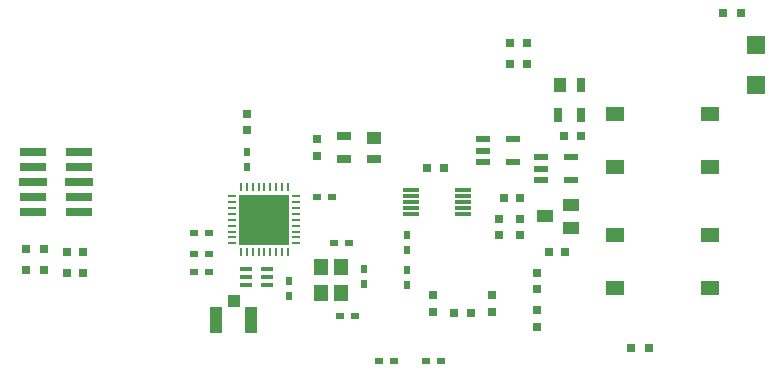
<source format=gbp>
*%FSLAX23Y23*%
*%MOIN*%
G01*
%ADD11C,0.000*%
%ADD12C,0.000*%
%ADD13C,0.000*%
%ADD14C,0.001*%
%ADD15C,0.002*%
%ADD16C,0.006*%
%ADD17C,0.007*%
%ADD18C,0.007*%
%ADD19C,0.008*%
%ADD20C,0.010*%
%ADD21C,0.012*%
%ADD22C,0.015*%
%ADD23C,0.015*%
%ADD24C,0.018*%
%ADD25C,0.020*%
%ADD26C,0.022*%
%ADD27C,0.024*%
%ADD28C,0.025*%
%ADD29C,0.028*%
%ADD30C,0.029*%
%ADD31C,0.031*%
%ADD32C,0.031*%
%ADD33C,0.035*%
%ADD34C,0.035*%
%ADD35C,0.039*%
%ADD36C,0.043*%
%ADD37C,0.045*%
%ADD38C,0.047*%
%ADD39C,0.048*%
%ADD40C,0.049*%
%ADD41C,0.050*%
%ADD42C,0.050*%
%ADD43C,0.051*%
%ADD44C,0.051*%
%ADD45C,0.054*%
%ADD46C,0.055*%
%ADD47C,0.055*%
%ADD48C,0.059*%
%ADD49C,0.059*%
%ADD50C,0.062*%
%ADD51C,0.066*%
%ADD52C,0.067*%
%ADD53C,0.070*%
%ADD54C,0.074*%
%ADD55C,0.115*%
%ADD56C,0.135*%
%ADD57C,0.138*%
%ADD58C,0.138*%
%ADD59C,0.158*%
%ADD60C,0.158*%
%ADD61C,0.190*%
%ADD62C,0.194*%
%ADD63C,0.236*%
%ADD64C,0.240*%
%ADD65R,0.011X0.030*%
%ADD66R,0.012X0.030*%
%ADD67R,0.014X0.033*%
%ADD68R,0.014X0.037*%
%ADD69R,0.015X0.034*%
%ADD70R,0.016X0.034*%
%ADD71R,0.018X0.037*%
%ADD72R,0.018X0.041*%
%ADD73R,0.020X0.025*%
%ADD74R,0.021X0.021*%
%ADD75R,0.024X0.029*%
%ADD76R,0.025X0.020*%
%ADD77R,0.029X0.024*%
%ADD78R,0.030X0.011*%
%ADD79R,0.030X0.030*%
%ADD80R,0.030X0.050*%
%ADD81R,0.031X0.031*%
%ADD82R,0.033X0.014*%
%ADD83R,0.034X0.015*%
%ADD84R,0.034X0.034*%
%ADD85R,0.034X0.054*%
%ADD86R,0.035X0.035*%
%ADD87R,0.037X0.014*%
%ADD88R,0.037X0.018*%
%ADD89R,0.039X0.014*%
%ADD90R,0.039X0.041*%
%ADD91R,0.040X0.050*%
%ADD92R,0.040X0.083*%
%ADD93R,0.041X0.018*%
%ADD94R,0.041X0.087*%
%ADD95R,0.043X0.018*%
%ADD96R,0.043X0.045*%
%ADD97R,0.044X0.054*%
%ADD98R,0.044X0.087*%
%ADD99R,0.045X0.091*%
%ADD100R,0.047X0.055*%
%ADD101R,0.048X0.024*%
%ADD102R,0.050X0.023*%
%ADD103R,0.050X0.030*%
%ADD104R,0.050X0.040*%
%ADD105R,0.050X0.060*%
%ADD106R,0.051X0.059*%
%ADD107R,0.052X0.028*%
%ADD108R,0.054X0.027*%
%ADD109R,0.054X0.034*%
%ADD110R,0.054X0.044*%
%ADD111R,0.054X0.064*%
%ADD112R,0.055X0.039*%
%ADD113R,0.057X0.012*%
%ADD114R,0.057X0.067*%
%ADD115R,0.059X0.043*%
%ADD116R,0.060X0.060*%
%ADD117R,0.061X0.024*%
%ADD118R,0.061X0.051*%
%ADD119R,0.061X0.016*%
%ADD120R,0.061X0.071*%
%ADD121R,0.063X0.039*%
%ADD122R,0.064X0.064*%
%ADD123R,0.065X0.028*%
%ADD124R,0.065X0.055*%
%ADD125R,0.067X0.043*%
%ADD126R,0.085X0.030*%
%ADD127R,0.085X0.085*%
%ADD128R,0.089X0.034*%
%ADD129R,0.094X0.030*%
%ADD130R,0.098X0.034*%
%ADD131R,0.104X0.104*%
%ADD132R,0.108X0.108*%
%ADD133R,0.116X0.138*%
%ADD134R,0.120X0.142*%
%ADD135R,0.169X0.169*%
%ADD136R,0.173X0.173*%
D65*
X9436Y7782D02*
D03*
X9455D02*
D03*
X9475D02*
D03*
X9495D02*
D03*
X9514D02*
D03*
X9534D02*
D03*
X9554D02*
D03*
Y7996D02*
D03*
X9534D02*
D03*
X9514D02*
D03*
X9495D02*
D03*
X9475D02*
D03*
X9455D02*
D03*
X9436D02*
D03*
X9573Y7782D02*
D03*
X9593D02*
D03*
Y7996D02*
D03*
X9573D02*
D03*
D73*
X9846Y7675D02*
D03*
Y7725D02*
D03*
X9989Y7786D02*
D03*
Y7836D02*
D03*
Y7671D02*
D03*
Y7721D02*
D03*
X9596Y7685D02*
D03*
Y7635D02*
D03*
X9456Y8065D02*
D03*
Y8115D02*
D03*
D76*
X10102Y7417D02*
D03*
X10052D02*
D03*
X9897D02*
D03*
X9947D02*
D03*
X9765Y7567D02*
D03*
X9815D02*
D03*
X9738Y7965D02*
D03*
X9688D02*
D03*
X9796Y7810D02*
D03*
X9746D02*
D03*
X9278Y7715D02*
D03*
X9328D02*
D03*
X9331Y7775D02*
D03*
X9281D02*
D03*
X9331Y7845D02*
D03*
X9281D02*
D03*
D78*
X9407Y7849D02*
D03*
Y7869D02*
D03*
Y7889D02*
D03*
Y7908D02*
D03*
Y7928D02*
D03*
Y7948D02*
D03*
Y7967D02*
D03*
X9621Y7849D02*
D03*
Y7869D02*
D03*
Y7889D02*
D03*
Y7908D02*
D03*
Y7928D02*
D03*
Y7948D02*
D03*
Y7967D02*
D03*
X9407Y7830D02*
D03*
Y7810D02*
D03*
X9621D02*
D03*
Y7830D02*
D03*
D79*
X9457Y8241D02*
D03*
Y8186D02*
D03*
X10389Y8476D02*
D03*
X10334D02*
D03*
Y8406D02*
D03*
X10389D02*
D03*
X10514Y8166D02*
D03*
X10569D02*
D03*
X10112Y8062D02*
D03*
X10057D02*
D03*
X10077Y7582D02*
D03*
Y7637D02*
D03*
X10147Y7577D02*
D03*
X10202D02*
D03*
X10272Y7582D02*
D03*
Y7637D02*
D03*
X10424Y7531D02*
D03*
Y7586D02*
D03*
Y7711D02*
D03*
Y7656D02*
D03*
X10462Y7782D02*
D03*
X10517D02*
D03*
X10297Y7892D02*
D03*
Y7837D02*
D03*
X10367Y7892D02*
D03*
Y7837D02*
D03*
X10312Y7962D02*
D03*
X10367D02*
D03*
X9689Y8156D02*
D03*
Y8101D02*
D03*
X8856Y7781D02*
D03*
X8911D02*
D03*
X8856Y7711D02*
D03*
X8911D02*
D03*
D80*
X10569Y8336D02*
D03*
Y8236D02*
D03*
X10494D02*
D03*
D81*
X11102Y8577D02*
D03*
X11042D02*
D03*
X10797Y7462D02*
D03*
X10737D02*
D03*
X8721Y7721D02*
D03*
X8781D02*
D03*
X8721Y7791D02*
D03*
X8781D02*
D03*
D89*
X9524Y7672D02*
D03*
Y7698D02*
D03*
Y7723D02*
D03*
X9453D02*
D03*
Y7698D02*
D03*
Y7672D02*
D03*
D90*
X9412Y7617D02*
D03*
D91*
X10499Y8336D02*
D03*
D94*
X9470Y7555D02*
D03*
X9354D02*
D03*
D100*
X9770Y7645D02*
D03*
X9703D02*
D03*
X9770Y7732D02*
D03*
X9703D02*
D03*
D102*
X10437Y8022D02*
D03*
Y8097D02*
D03*
Y8059D02*
D03*
X10537Y8022D02*
D03*
Y8097D02*
D03*
X10242Y8082D02*
D03*
Y8157D02*
D03*
Y8119D02*
D03*
X10342Y8082D02*
D03*
Y8157D02*
D03*
D103*
X9879Y8091D02*
D03*
X9779D02*
D03*
Y8166D02*
D03*
D104*
X9879Y8161D02*
D03*
D112*
X10450Y7900D02*
D03*
X10537Y7862D02*
D03*
Y7937D02*
D03*
D113*
X10004Y7987D02*
D03*
Y7968D02*
D03*
Y7948D02*
D03*
Y7928D02*
D03*
Y7909D02*
D03*
X10177D02*
D03*
X10177Y7928D02*
D03*
Y7948D02*
D03*
X10177Y7968D02*
D03*
X10177Y7987D02*
D03*
D116*
X11154Y8471D02*
D03*
Y8336D02*
D03*
D118*
X10999Y7839D02*
D03*
X10684D02*
D03*
X10999Y7662D02*
D03*
X10684D02*
D03*
X10998Y8241D02*
D03*
X10683D02*
D03*
X10998Y8064D02*
D03*
X10683D02*
D03*
D126*
X8896Y7914D02*
D03*
X8895Y7964D02*
D03*
X8742Y7914D02*
D03*
Y7964D02*
D03*
X8896Y8064D02*
D03*
X8895Y8114D02*
D03*
X8742Y8064D02*
D03*
Y8114D02*
D03*
D129*
X8896Y8014D02*
D03*
X8742D02*
D03*
D135*
X9514Y7889D02*
D03*
M02*

</source>
